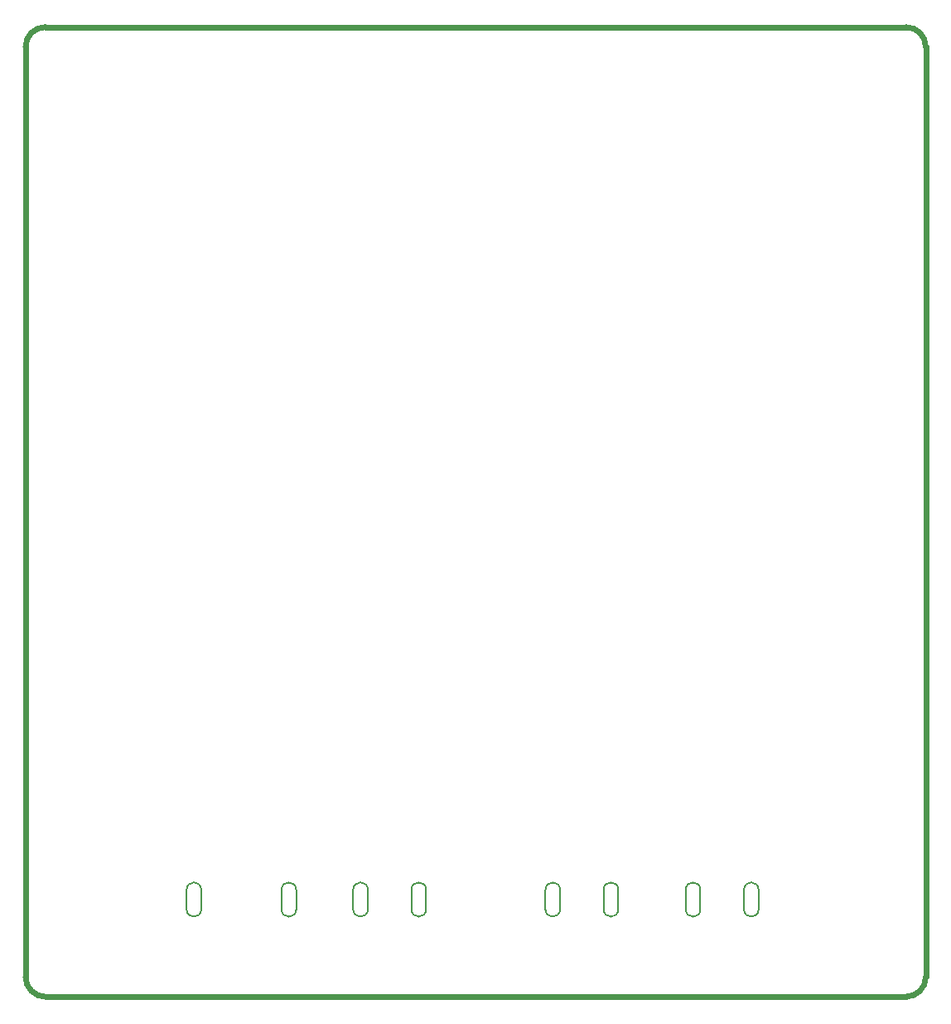
<source format=gm1>
G04 #@! TF.GenerationSoftware,KiCad,Pcbnew,(5.0.0)*
G04 #@! TF.CreationDate,2020-01-02T15:26:18+02:00*
G04 #@! TF.ProjectId,Socket,536F636B65742E6B696361645F706362,1.1*
G04 #@! TF.SameCoordinates,Original*
G04 #@! TF.FileFunction,Profile,NP*
%FSLAX46Y46*%
G04 Gerber Fmt 4.6, Leading zero omitted, Abs format (unit mm)*
G04 Created by KiCad (PCBNEW (5.0.0)) date 01/02/20 15:26:18*
%MOMM*%
%LPD*%
G01*
G04 APERTURE LIST*
%ADD10C,0.600000*%
%ADD11C,0.150000*%
G04 APERTURE END LIST*
D10*
X54000000Y-55000000D02*
G75*
G03X52000000Y-57000000I0J-2000000D01*
G01*
X142000000Y-154000000D02*
G75*
G03X144000000Y-152000000I0J2000000D01*
G01*
X52000000Y-152000000D02*
G75*
G03X54000000Y-154000000I2000000J0D01*
G01*
X144000000Y-57000000D02*
G75*
G03X142000000Y-55000000I-2000000J0D01*
G01*
D11*
X69954000Y-143082000D02*
G75*
G03X68454000Y-143082000I-750000J0D01*
G01*
X69954000Y-145082000D02*
G75*
G02X68454000Y-145082000I-750000J0D01*
G01*
X69954000Y-143082000D02*
X69954000Y-145082000D01*
X68454000Y-145082000D02*
X68454000Y-143082000D01*
X78154000Y-145082000D02*
X78154000Y-143082000D01*
X79654000Y-143082000D02*
G75*
G03X78154000Y-143082000I-750000J0D01*
G01*
X79654000Y-145082000D02*
G75*
G02X78154000Y-145082000I-750000J0D01*
G01*
X79654000Y-143082000D02*
X79654000Y-145082000D01*
X86982000Y-143082000D02*
G75*
G03X85482000Y-143082000I-750000J0D01*
G01*
X86982000Y-145082000D02*
G75*
G02X85482000Y-145082000I-750000J0D01*
G01*
X86982000Y-143082000D02*
X86982000Y-145082000D01*
X85482000Y-145082000D02*
X85482000Y-143082000D01*
X91432000Y-145082000D02*
X91432000Y-143082000D01*
X92932000Y-143082000D02*
G75*
G03X91432000Y-143082000I-750000J0D01*
G01*
X92932000Y-145082000D02*
G75*
G02X91432000Y-145082000I-750000J0D01*
G01*
X92932000Y-143082000D02*
X92932000Y-145082000D01*
X106630000Y-143082000D02*
G75*
G03X105130000Y-143082000I-750000J0D01*
G01*
X106630000Y-145082000D02*
G75*
G02X105130000Y-145082000I-750000J0D01*
G01*
X106630000Y-143082000D02*
X106630000Y-145082000D01*
X105130000Y-145082000D02*
X105130000Y-143082000D01*
X111080000Y-145082000D02*
X111080000Y-143082000D01*
X112580000Y-143082000D02*
G75*
G03X111080000Y-143082000I-750000J0D01*
G01*
X112580000Y-145082000D02*
G75*
G02X111080000Y-145082000I-750000J0D01*
G01*
X112580000Y-143082000D02*
X112580000Y-145082000D01*
X126920000Y-143082000D02*
X126920000Y-145082000D01*
X126920000Y-145082000D02*
G75*
G02X125420000Y-145082000I-750000J0D01*
G01*
X120970000Y-143082000D02*
X120970000Y-145082000D01*
X126920000Y-143082000D02*
G75*
G03X125420000Y-143082000I-750000J0D01*
G01*
X125420000Y-145082000D02*
X125420000Y-143082000D01*
X119470000Y-145082000D02*
X119470000Y-143082000D01*
X120970000Y-145082000D02*
G75*
G02X119470000Y-145082000I-750000J0D01*
G01*
X120970000Y-143082000D02*
G75*
G03X119470000Y-143082000I-750000J0D01*
G01*
D10*
X144000000Y-57000000D02*
X144000000Y-152000000D01*
X54000000Y-55000000D02*
X142000000Y-55000000D01*
X52000000Y-152000000D02*
X52000000Y-57000000D01*
X142000000Y-154000000D02*
X54000000Y-154000000D01*
M02*

</source>
